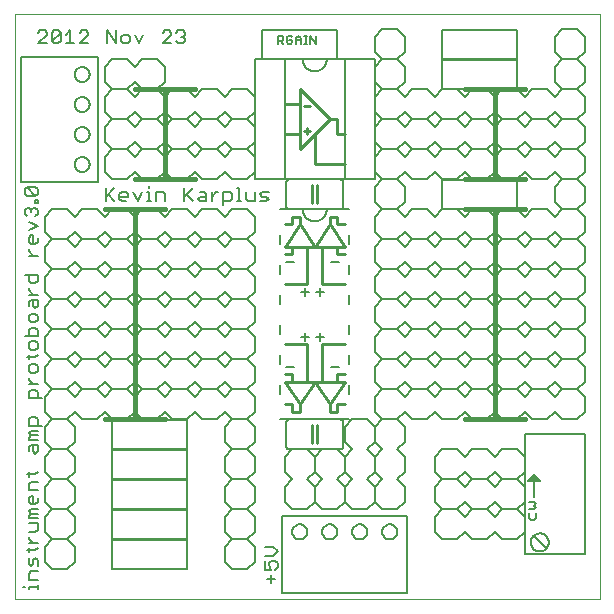
<source format=gto>
G75*
G70*
%OFA0B0*%
%FSLAX24Y24*%
%IPPOS*%
%LPD*%
%AMOC8*
5,1,8,0,0,1.08239X$1,22.5*
%
%ADD10C,0.0000*%
%ADD11C,0.0070*%
%ADD12C,0.0160*%
%ADD13C,0.0100*%
%ADD14C,0.0060*%
%ADD15C,0.0080*%
%ADD16C,0.0050*%
D10*
X000100Y000100D02*
X000100Y019600D01*
X019600Y019600D01*
X019600Y000100D01*
X000100Y000100D01*
D11*
X000363Y000507D02*
X000435Y000507D01*
X000578Y000507D02*
X000865Y000507D01*
X000865Y000578D02*
X000865Y000435D01*
X000865Y000742D02*
X000578Y000742D01*
X000578Y000957D01*
X000650Y001029D01*
X000865Y001029D01*
X000865Y001202D02*
X000865Y001418D01*
X000793Y001489D01*
X000722Y001418D01*
X000722Y001274D01*
X000650Y001202D01*
X000578Y001274D01*
X000578Y001489D01*
X000578Y001663D02*
X000578Y001806D01*
X000506Y001734D02*
X000793Y001734D01*
X000865Y001806D01*
X000865Y001970D02*
X000578Y001970D01*
X000578Y002113D02*
X000578Y002185D01*
X000578Y002113D02*
X000722Y001970D01*
X000793Y002353D02*
X000578Y002353D01*
X000793Y002353D02*
X000865Y002425D01*
X000865Y002640D01*
X000578Y002640D01*
X000578Y002814D02*
X000578Y002885D01*
X000650Y002957D01*
X000578Y003029D01*
X000650Y003101D01*
X000865Y003101D01*
X000865Y002957D02*
X000650Y002957D01*
X000578Y002814D02*
X000865Y002814D01*
X000793Y003274D02*
X000650Y003274D01*
X000578Y003346D01*
X000578Y003489D01*
X000650Y003561D01*
X000722Y003561D01*
X000722Y003274D01*
X000793Y003274D02*
X000865Y003346D01*
X000865Y003489D01*
X000865Y003734D02*
X000578Y003734D01*
X000578Y003950D01*
X000650Y004021D01*
X000865Y004021D01*
X000793Y004267D02*
X000865Y004338D01*
X000793Y004267D02*
X000506Y004267D01*
X000578Y004195D02*
X000578Y004338D01*
X000793Y004962D02*
X000722Y005034D01*
X000722Y005249D01*
X000650Y005249D02*
X000865Y005249D01*
X000865Y005034D01*
X000793Y004962D01*
X000578Y005177D02*
X000650Y005249D01*
X000578Y005177D02*
X000578Y005034D01*
X000578Y005423D02*
X000578Y005494D01*
X000650Y005566D01*
X000578Y005638D01*
X000650Y005709D01*
X000865Y005709D01*
X000865Y005566D02*
X000650Y005566D01*
X000578Y005423D02*
X000865Y005423D01*
X000865Y005883D02*
X000865Y006098D01*
X000793Y006170D01*
X000650Y006170D01*
X000578Y006098D01*
X000578Y005883D01*
X001008Y005883D01*
X001008Y006804D02*
X000578Y006804D01*
X000578Y007019D01*
X000650Y007091D01*
X000793Y007091D01*
X000865Y007019D01*
X000865Y006804D01*
X000865Y007264D02*
X000578Y007264D01*
X000722Y007264D02*
X000578Y007408D01*
X000578Y007479D01*
X000650Y007648D02*
X000793Y007648D01*
X000865Y007720D01*
X000865Y007863D01*
X000793Y007935D01*
X000650Y007935D01*
X000578Y007863D01*
X000578Y007720D01*
X000650Y007648D01*
X000578Y008108D02*
X000578Y008252D01*
X000506Y008180D02*
X000793Y008180D01*
X000865Y008252D01*
X000793Y008415D02*
X000650Y008415D01*
X000578Y008487D01*
X000578Y008630D01*
X000650Y008702D01*
X000793Y008702D01*
X000865Y008630D01*
X000865Y008487D01*
X000793Y008415D01*
X000865Y008876D02*
X000435Y008876D01*
X000578Y008876D02*
X000578Y009091D01*
X000650Y009162D01*
X000793Y009162D01*
X000865Y009091D01*
X000865Y008876D01*
X000793Y009336D02*
X000650Y009336D01*
X000578Y009408D01*
X000578Y009551D01*
X000650Y009623D01*
X000793Y009623D01*
X000865Y009551D01*
X000865Y009408D01*
X000793Y009336D01*
X000793Y009796D02*
X000722Y009868D01*
X000722Y010083D01*
X000650Y010083D02*
X000865Y010083D01*
X000865Y009868D01*
X000793Y009796D01*
X000578Y009868D02*
X000578Y010011D01*
X000650Y010083D01*
X000722Y010257D02*
X000578Y010400D01*
X000578Y010472D01*
X000650Y010640D02*
X000578Y010712D01*
X000578Y010927D01*
X000435Y010927D02*
X000865Y010927D01*
X000865Y010712D01*
X000793Y010640D01*
X000650Y010640D01*
X000578Y010257D02*
X000865Y010257D01*
X000865Y011561D02*
X000578Y011561D01*
X000722Y011561D02*
X000578Y011705D01*
X000578Y011776D01*
X000650Y011945D02*
X000578Y012017D01*
X000578Y012160D01*
X000650Y012232D01*
X000722Y012232D01*
X000722Y011945D01*
X000793Y011945D02*
X000650Y011945D01*
X000793Y011945D02*
X000865Y012017D01*
X000865Y012160D01*
X000578Y012405D02*
X000865Y012549D01*
X000578Y012692D01*
X000506Y012866D02*
X000435Y012937D01*
X000435Y013081D01*
X000506Y013153D01*
X000578Y013153D01*
X000650Y013081D01*
X000722Y013153D01*
X000793Y013153D01*
X000865Y013081D01*
X000865Y012937D01*
X000793Y012866D01*
X000650Y013009D02*
X000650Y013081D01*
X000793Y013326D02*
X000793Y013398D01*
X000865Y013398D01*
X000865Y013326D01*
X000793Y013326D01*
X000793Y013556D02*
X000506Y013843D01*
X000793Y013843D01*
X000865Y013771D01*
X000865Y013628D01*
X000793Y013556D01*
X000506Y013556D01*
X000435Y013628D01*
X000435Y013771D01*
X000506Y013843D01*
X003135Y013815D02*
X003135Y013385D01*
X003135Y013528D02*
X003422Y013815D01*
X003595Y013600D02*
X003667Y013672D01*
X003811Y013672D01*
X003882Y013600D01*
X003882Y013528D01*
X003595Y013528D01*
X003595Y013457D02*
X003595Y013600D01*
X003595Y013457D02*
X003667Y013385D01*
X003811Y013385D01*
X004056Y013672D02*
X004199Y013385D01*
X004343Y013672D01*
X004516Y013672D02*
X004588Y013672D01*
X004588Y013385D01*
X004516Y013385D02*
X004660Y013385D01*
X004823Y013385D02*
X004823Y013672D01*
X005038Y013672D01*
X005110Y013600D01*
X005110Y013385D01*
X004588Y013815D02*
X004588Y013887D01*
X005744Y013815D02*
X005744Y013385D01*
X005744Y013528D02*
X006031Y013815D01*
X006276Y013672D02*
X006419Y013672D01*
X006491Y013600D01*
X006491Y013385D01*
X006276Y013385D01*
X006204Y013457D01*
X006276Y013528D01*
X006491Y013528D01*
X006665Y013528D02*
X006808Y013672D01*
X006880Y013672D01*
X007048Y013672D02*
X007264Y013672D01*
X007335Y013600D01*
X007335Y013457D01*
X007264Y013385D01*
X007048Y013385D01*
X007048Y013242D02*
X007048Y013672D01*
X006665Y013672D02*
X006665Y013385D01*
X006031Y013385D02*
X005816Y013600D01*
X007509Y013385D02*
X007652Y013385D01*
X007580Y013385D02*
X007580Y013815D01*
X007509Y013815D01*
X007816Y013672D02*
X007816Y013457D01*
X007887Y013385D01*
X008103Y013385D01*
X008103Y013672D01*
X008276Y013600D02*
X008348Y013528D01*
X008491Y013528D01*
X008563Y013457D01*
X008491Y013385D01*
X008276Y013385D01*
X008276Y013600D02*
X008348Y013672D01*
X008563Y013672D01*
X009135Y011350D02*
X009422Y011350D01*
X009778Y010494D02*
X009778Y010207D01*
X009635Y010350D02*
X009922Y010350D01*
X010135Y010350D02*
X010422Y010350D01*
X010278Y010207D02*
X010278Y010494D01*
X010635Y011350D02*
X010922Y011350D01*
X010278Y008994D02*
X010278Y008707D01*
X010135Y008850D02*
X010422Y008850D01*
X009922Y008850D02*
X009635Y008850D01*
X009778Y008994D02*
X009778Y008707D01*
X009422Y007850D02*
X009135Y007850D01*
X010635Y007850D02*
X010922Y007850D01*
X008722Y001843D02*
X008435Y001843D01*
X008722Y001843D02*
X008865Y001699D01*
X008722Y001556D01*
X008435Y001556D01*
X008435Y001382D02*
X008435Y001095D01*
X008650Y001095D01*
X008578Y001239D01*
X008578Y001311D01*
X008650Y001382D01*
X008793Y001382D01*
X008865Y001311D01*
X008865Y001167D01*
X008793Y001095D01*
X008650Y000922D02*
X008650Y000635D01*
X008506Y000778D02*
X008793Y000778D01*
X000578Y000507D02*
X000578Y000435D01*
X003422Y013385D02*
X003207Y013600D01*
X003187Y018635D02*
X003187Y019065D01*
X003474Y018635D01*
X003474Y019065D01*
X003647Y018850D02*
X003647Y018707D01*
X003719Y018635D01*
X003863Y018635D01*
X003934Y018707D01*
X003934Y018850D01*
X003863Y018922D01*
X003719Y018922D01*
X003647Y018850D01*
X004108Y018922D02*
X004251Y018635D01*
X004395Y018922D01*
X005029Y018994D02*
X005100Y019065D01*
X005244Y019065D01*
X005315Y018994D01*
X005315Y018922D01*
X005029Y018635D01*
X005315Y018635D01*
X005489Y018707D02*
X005561Y018635D01*
X005704Y018635D01*
X005776Y018707D01*
X005776Y018778D01*
X005704Y018850D01*
X005632Y018850D01*
X005704Y018850D02*
X005776Y018922D01*
X005776Y018994D01*
X005704Y019065D01*
X005561Y019065D01*
X005489Y018994D01*
X002553Y018994D02*
X002481Y019065D01*
X002338Y019065D01*
X002266Y018994D01*
X002553Y018994D02*
X002553Y018922D01*
X002266Y018635D01*
X002553Y018635D01*
X002093Y018635D02*
X001806Y018635D01*
X001949Y018635D02*
X001949Y019065D01*
X001806Y018922D01*
X001632Y018994D02*
X001345Y018707D01*
X001417Y018635D01*
X001561Y018635D01*
X001632Y018707D01*
X001632Y018994D01*
X001561Y019065D01*
X001417Y019065D01*
X001345Y018994D01*
X001345Y018707D01*
X001172Y018635D02*
X000885Y018635D01*
X001172Y018922D01*
X001172Y018994D01*
X001100Y019065D01*
X000957Y019065D01*
X000885Y018994D01*
D12*
X004100Y017100D02*
X005100Y017100D01*
X006100Y017100D01*
X005100Y017100D02*
X005100Y014100D01*
X006100Y014100D01*
X005100Y014100D02*
X004100Y014100D01*
X004100Y013100D02*
X004100Y006100D01*
X005100Y006100D01*
X004100Y006100D02*
X003100Y006100D01*
X003100Y013100D02*
X005100Y013100D01*
X015100Y013100D02*
X016100Y013100D01*
X017100Y013100D01*
X017100Y014100D02*
X016100Y014100D01*
X015100Y014100D01*
X016100Y014100D02*
X016100Y017100D01*
X017100Y017100D01*
X016100Y017100D02*
X015100Y017100D01*
X016100Y013100D02*
X016100Y006100D01*
X017100Y006100D01*
X016100Y006100D02*
X015100Y006100D01*
D13*
X011100Y006600D02*
X010850Y006600D01*
X010850Y006350D01*
X010600Y006350D01*
X010600Y006600D01*
X010100Y007350D01*
X009600Y006600D01*
X009600Y006350D01*
X009350Y006350D01*
X009350Y006600D01*
X009100Y006600D01*
X009600Y006600D02*
X009100Y007350D01*
X009350Y007350D01*
X009350Y007600D01*
X009100Y007600D01*
X009350Y007350D02*
X009850Y007350D01*
X009850Y008600D01*
X009100Y008600D01*
X010350Y008600D02*
X010350Y007350D01*
X010850Y007350D01*
X010850Y007600D01*
X011100Y007600D01*
X011100Y007350D02*
X010850Y007350D01*
X011100Y007350D02*
X010600Y006600D01*
X010350Y007350D02*
X010100Y007350D01*
X009850Y007350D01*
X010350Y008600D02*
X011100Y008600D01*
X011100Y010600D02*
X010350Y010600D01*
X010350Y011850D01*
X010100Y011850D01*
X009600Y012600D01*
X009600Y012850D01*
X009350Y012850D01*
X009350Y012600D01*
X009100Y012600D01*
X009600Y012600D02*
X009100Y011850D01*
X009350Y011850D01*
X009350Y011600D01*
X009100Y011600D01*
X009350Y011850D02*
X009850Y011850D01*
X009850Y010600D01*
X009100Y010600D01*
X009850Y011850D02*
X010100Y011850D01*
X010600Y012600D01*
X010600Y012850D01*
X010850Y012850D01*
X010850Y012600D01*
X011100Y012600D01*
X010600Y012600D02*
X011100Y011850D01*
X010850Y011850D01*
X010850Y011600D01*
X011100Y011600D01*
X010850Y011850D02*
X010350Y011850D01*
X010180Y013300D02*
X010180Y013900D01*
X010020Y013900D02*
X010020Y013300D01*
X010100Y014600D02*
X010100Y015600D01*
X009600Y015100D01*
X009600Y015600D01*
X009100Y015600D01*
X009600Y015600D02*
X009600Y016600D01*
X009600Y017100D01*
X010600Y016100D01*
X010850Y016100D01*
X010850Y015600D01*
X011100Y015600D01*
X010600Y016100D02*
X010100Y015600D01*
X009950Y015700D02*
X009750Y015700D01*
X009850Y015600D02*
X009850Y015800D01*
X009750Y016550D02*
X009950Y016550D01*
X009600Y016600D02*
X009100Y016600D01*
X010100Y014600D02*
X011100Y014600D01*
X010180Y005900D02*
X010180Y005300D01*
X010020Y005300D02*
X010020Y005900D01*
D14*
X009250Y006100D02*
X009233Y006098D01*
X009216Y006094D01*
X009200Y006087D01*
X009186Y006077D01*
X009173Y006064D01*
X009163Y006050D01*
X009156Y006034D01*
X009152Y006017D01*
X009150Y006000D01*
X009150Y005200D01*
X009152Y005183D01*
X009156Y005166D01*
X009163Y005150D01*
X009173Y005136D01*
X009186Y005123D01*
X009200Y005113D01*
X009216Y005106D01*
X009233Y005102D01*
X009250Y005100D01*
X010950Y005100D01*
X010967Y005102D01*
X010984Y005106D01*
X011000Y005113D01*
X011014Y005123D01*
X011027Y005136D01*
X011037Y005150D01*
X011044Y005166D01*
X011048Y005183D01*
X011050Y005200D01*
X011050Y006000D01*
X011048Y006017D01*
X011044Y006034D01*
X011037Y006050D01*
X011027Y006064D01*
X011014Y006077D01*
X011000Y006087D01*
X010984Y006094D01*
X010967Y006098D01*
X010950Y006100D01*
X009250Y006100D01*
X008950Y006100D02*
X011250Y006100D01*
X017200Y004050D02*
X017600Y004050D01*
X017550Y004100D01*
X017400Y004100D01*
X017250Y004100D01*
X017200Y004050D01*
X017250Y004100D02*
X017300Y004150D01*
X017350Y004200D01*
X017450Y004200D01*
X017500Y004150D01*
X017550Y004100D01*
X017500Y004150D02*
X017300Y004150D01*
X017350Y004200D02*
X017400Y004250D01*
X017400Y004100D01*
X017400Y003500D01*
X017450Y004200D02*
X017400Y004250D01*
X017400Y002200D02*
X017800Y001800D01*
X017300Y002000D02*
X017302Y002034D01*
X017308Y002068D01*
X017317Y002101D01*
X017331Y002132D01*
X017348Y002162D01*
X017368Y002190D01*
X017391Y002215D01*
X017417Y002238D01*
X017445Y002257D01*
X017475Y002273D01*
X017507Y002285D01*
X017540Y002294D01*
X017574Y002299D01*
X017609Y002300D01*
X017643Y002297D01*
X017676Y002290D01*
X017709Y002280D01*
X017740Y002265D01*
X017769Y002248D01*
X017796Y002227D01*
X017821Y002203D01*
X017843Y002176D01*
X017861Y002148D01*
X017876Y002117D01*
X017888Y002085D01*
X017896Y002051D01*
X017900Y002017D01*
X017900Y001983D01*
X017896Y001949D01*
X017888Y001915D01*
X017876Y001883D01*
X017861Y001852D01*
X017843Y001824D01*
X017821Y001797D01*
X017796Y001773D01*
X017769Y001752D01*
X017740Y001735D01*
X017709Y001720D01*
X017676Y001710D01*
X017643Y001703D01*
X017609Y001700D01*
X017574Y001701D01*
X017540Y001706D01*
X017507Y001715D01*
X017475Y001727D01*
X017445Y001743D01*
X017417Y001762D01*
X017391Y001785D01*
X017368Y001810D01*
X017348Y001838D01*
X017331Y001868D01*
X017317Y001899D01*
X017308Y001932D01*
X017302Y001966D01*
X017300Y002000D01*
X011250Y013100D02*
X010500Y013100D01*
X010498Y013061D01*
X010492Y013022D01*
X010483Y012984D01*
X010470Y012947D01*
X010453Y012911D01*
X010433Y012878D01*
X010409Y012846D01*
X010383Y012817D01*
X010354Y012791D01*
X010322Y012767D01*
X010289Y012747D01*
X010253Y012730D01*
X010216Y012717D01*
X010178Y012708D01*
X010139Y012702D01*
X010100Y012700D01*
X010061Y012702D01*
X010022Y012708D01*
X009984Y012717D01*
X009947Y012730D01*
X009911Y012747D01*
X009878Y012767D01*
X009846Y012791D01*
X009817Y012817D01*
X009791Y012846D01*
X009767Y012878D01*
X009747Y012911D01*
X009730Y012947D01*
X009717Y012984D01*
X009708Y013022D01*
X009702Y013061D01*
X009700Y013100D01*
X008950Y013100D01*
X009150Y013200D02*
X009150Y014000D01*
X009152Y014017D01*
X009156Y014034D01*
X009163Y014050D01*
X009173Y014064D01*
X009186Y014077D01*
X009200Y014087D01*
X009216Y014094D01*
X009233Y014098D01*
X009250Y014100D01*
X010950Y014100D01*
X010967Y014098D01*
X010984Y014094D01*
X011000Y014087D01*
X011014Y014077D01*
X011027Y014064D01*
X011037Y014050D01*
X011044Y014034D01*
X011048Y014017D01*
X011050Y014000D01*
X011050Y013200D01*
X011048Y013183D01*
X011044Y013166D01*
X011037Y013150D01*
X011027Y013136D01*
X011014Y013123D01*
X011000Y013113D01*
X010984Y013106D01*
X010967Y013102D01*
X010950Y013100D01*
X009250Y013100D01*
X009233Y013102D01*
X009216Y013106D01*
X009200Y013113D01*
X009186Y013123D01*
X009173Y013136D01*
X009163Y013150D01*
X009156Y013166D01*
X009152Y013183D01*
X009150Y013200D01*
X009100Y014100D02*
X008100Y014100D01*
X008100Y018100D01*
X009100Y018100D01*
X009700Y018100D01*
X009702Y018061D01*
X009708Y018022D01*
X009717Y017984D01*
X009730Y017947D01*
X009747Y017911D01*
X009767Y017878D01*
X009791Y017846D01*
X009817Y017817D01*
X009846Y017791D01*
X009878Y017767D01*
X009911Y017747D01*
X009947Y017730D01*
X009984Y017717D01*
X010022Y017708D01*
X010061Y017702D01*
X010100Y017700D01*
X010139Y017702D01*
X010178Y017708D01*
X010216Y017717D01*
X010253Y017730D01*
X010289Y017747D01*
X010322Y017767D01*
X010354Y017791D01*
X010383Y017817D01*
X010409Y017846D01*
X010433Y017878D01*
X010453Y017911D01*
X010470Y017947D01*
X010483Y017984D01*
X010492Y018022D01*
X010498Y018061D01*
X010500Y018100D01*
X011100Y018100D01*
X011100Y014100D01*
X009100Y014100D01*
X009100Y018100D01*
X011100Y018100D02*
X012100Y018100D01*
X012100Y014100D01*
X011100Y014100D01*
D15*
X012100Y013850D02*
X012100Y013350D01*
X012350Y013100D01*
X012100Y012850D01*
X012100Y012350D01*
X012350Y012100D01*
X012100Y011850D01*
X012100Y011350D01*
X012350Y011100D01*
X012100Y010850D01*
X012100Y010350D01*
X012350Y010100D01*
X012850Y010100D01*
X013100Y010350D01*
X013350Y010100D01*
X013850Y010100D01*
X014100Y010350D01*
X014350Y010100D01*
X014850Y010100D01*
X015100Y010350D01*
X015350Y010100D01*
X015850Y010100D01*
X016100Y010350D01*
X016100Y010850D01*
X015850Y011100D01*
X015350Y011100D01*
X015100Y010850D01*
X014850Y011100D01*
X014350Y011100D01*
X014100Y010850D01*
X013850Y011100D01*
X013350Y011100D01*
X013100Y010850D01*
X012850Y011100D01*
X012350Y011100D01*
X012850Y011100D01*
X013100Y011350D01*
X013350Y011100D01*
X013850Y011100D01*
X014100Y011350D01*
X014350Y011100D01*
X014850Y011100D01*
X015100Y011350D01*
X015350Y011100D01*
X015850Y011100D01*
X016100Y011350D01*
X016100Y011850D01*
X015850Y012100D01*
X015350Y012100D01*
X015100Y011850D01*
X014850Y012100D01*
X014350Y012100D01*
X014100Y011850D01*
X013850Y012100D01*
X013350Y012100D01*
X013100Y011850D01*
X012850Y012100D01*
X012350Y012100D01*
X012850Y012100D01*
X013100Y012350D01*
X013350Y012100D01*
X013850Y012100D01*
X014100Y012350D01*
X014350Y012100D01*
X014850Y012100D01*
X015100Y012350D01*
X015350Y012100D01*
X015850Y012100D01*
X016100Y012350D01*
X016100Y012850D01*
X015850Y013100D01*
X015350Y013100D01*
X015100Y012850D01*
X014850Y013100D01*
X014350Y013100D01*
X014100Y012850D01*
X013850Y013100D01*
X013350Y013100D01*
X013100Y012850D01*
X012850Y013100D01*
X012350Y013100D01*
X012850Y013100D01*
X013100Y013350D01*
X013100Y013850D01*
X012850Y014100D01*
X012350Y014100D01*
X012100Y013850D01*
X012350Y014100D02*
X012850Y014100D01*
X013100Y014350D01*
X013350Y014100D01*
X013850Y014100D01*
X014100Y014350D01*
X014350Y014100D01*
X014850Y014100D01*
X015100Y014350D01*
X015350Y014100D01*
X015850Y014100D01*
X016100Y014350D01*
X016350Y014100D01*
X016850Y014100D01*
X017100Y014350D01*
X017350Y014100D01*
X017850Y014100D01*
X018100Y014350D01*
X018350Y014100D01*
X018100Y013850D01*
X018100Y013350D01*
X018350Y013100D01*
X018850Y013100D01*
X019100Y012850D01*
X019100Y012350D01*
X018850Y012100D01*
X018350Y012100D01*
X018100Y012350D01*
X017850Y012100D01*
X017350Y012100D01*
X017100Y012350D01*
X016850Y012100D01*
X016350Y012100D01*
X016100Y012350D01*
X016100Y012850D01*
X016350Y013100D01*
X016850Y013100D01*
X017100Y012850D01*
X017350Y013100D01*
X017850Y013100D01*
X018100Y012850D01*
X018350Y013100D01*
X018850Y013100D01*
X019100Y013350D01*
X019100Y013850D01*
X018850Y014100D01*
X018350Y014100D01*
X018850Y014100D01*
X019100Y014350D01*
X019100Y014850D01*
X018850Y015100D01*
X018350Y015100D01*
X018100Y014850D01*
X017850Y015100D01*
X017350Y015100D01*
X017100Y014850D01*
X016850Y015100D01*
X016350Y015100D01*
X016100Y014850D01*
X016100Y014350D01*
X016100Y014850D01*
X015850Y015100D01*
X015350Y015100D01*
X015100Y014850D01*
X014850Y015100D01*
X014350Y015100D01*
X014100Y014850D01*
X013850Y015100D01*
X013350Y015100D01*
X013100Y014850D01*
X012850Y015100D01*
X012350Y015100D01*
X012100Y014850D01*
X012100Y014350D01*
X012350Y014100D01*
X012350Y015100D02*
X012850Y015100D01*
X013100Y015350D01*
X013350Y015100D01*
X013850Y015100D01*
X014100Y015350D01*
X014350Y015100D01*
X014850Y015100D01*
X015100Y015350D01*
X015350Y015100D01*
X015850Y015100D01*
X016100Y015350D01*
X016350Y015100D01*
X016850Y015100D01*
X017100Y015350D01*
X017350Y015100D01*
X017850Y015100D01*
X018100Y015350D01*
X018350Y015100D01*
X018850Y015100D01*
X019100Y015350D01*
X019100Y015850D01*
X018850Y016100D01*
X019100Y016350D01*
X019100Y016850D01*
X018850Y017100D01*
X018350Y017100D01*
X018100Y016850D01*
X017850Y017100D01*
X017350Y017100D01*
X017100Y016850D01*
X016850Y017100D01*
X016350Y017100D01*
X016100Y016850D01*
X016100Y016350D01*
X016350Y016100D01*
X016850Y016100D01*
X017100Y016350D01*
X017350Y016100D01*
X017850Y016100D01*
X018100Y016350D01*
X018350Y016100D01*
X018850Y016100D01*
X018350Y016100D01*
X018100Y015850D01*
X017850Y016100D01*
X017350Y016100D01*
X017100Y015850D01*
X016850Y016100D01*
X016350Y016100D01*
X016100Y015850D01*
X016100Y015350D01*
X016100Y015850D01*
X015850Y016100D01*
X015350Y016100D01*
X015100Y016350D01*
X014850Y016100D01*
X014350Y016100D01*
X014100Y016350D01*
X013850Y016100D01*
X013350Y016100D01*
X013100Y016350D01*
X012850Y016100D01*
X012350Y016100D01*
X012100Y016350D01*
X012100Y016850D01*
X012350Y017100D01*
X012850Y017100D01*
X013100Y016850D01*
X013350Y017100D01*
X013850Y017100D01*
X014100Y016850D01*
X014350Y017100D01*
X014850Y017100D01*
X015100Y016850D01*
X015350Y017100D01*
X015850Y017100D01*
X016100Y016850D01*
X016100Y016350D01*
X015850Y016100D01*
X015350Y016100D01*
X015100Y015850D01*
X014850Y016100D01*
X014350Y016100D01*
X014100Y015850D01*
X013850Y016100D01*
X013350Y016100D01*
X013100Y015850D01*
X012850Y016100D01*
X012350Y016100D01*
X012100Y015850D01*
X012100Y015350D01*
X012350Y015100D01*
X012350Y017100D02*
X012850Y017100D01*
X013100Y017350D01*
X013100Y017850D01*
X012850Y018100D01*
X012350Y018100D01*
X012100Y018350D01*
X012100Y018850D01*
X012350Y019100D01*
X012850Y019100D01*
X013100Y018850D01*
X013100Y018350D01*
X012850Y018100D01*
X012350Y018100D01*
X012100Y017850D01*
X012100Y017350D01*
X012350Y017100D01*
X010840Y018128D02*
X008360Y018128D01*
X008360Y019072D01*
X010840Y019072D01*
X010840Y018128D01*
X008100Y016850D02*
X008100Y016350D01*
X007850Y016100D01*
X007350Y016100D01*
X007100Y016350D01*
X006850Y016100D01*
X006350Y016100D01*
X006100Y016350D01*
X005850Y016100D01*
X005350Y016100D01*
X005100Y016350D01*
X005100Y016850D01*
X005350Y017100D01*
X005850Y017100D01*
X006100Y016850D01*
X006350Y017100D01*
X006850Y017100D01*
X007100Y016850D01*
X007350Y017100D01*
X007850Y017100D01*
X008100Y016850D01*
X007850Y016100D02*
X007350Y016100D01*
X007100Y015850D01*
X006850Y016100D01*
X006350Y016100D01*
X006100Y015850D01*
X005850Y016100D01*
X005350Y016100D01*
X005100Y015850D01*
X005100Y015350D01*
X005350Y015100D01*
X005100Y014850D01*
X005100Y014350D01*
X005350Y014100D01*
X005850Y014100D01*
X006100Y014350D01*
X006350Y014100D01*
X006850Y014100D01*
X007100Y014350D01*
X007350Y014100D01*
X007850Y014100D01*
X008100Y014350D01*
X008100Y014850D01*
X007850Y015100D01*
X007350Y015100D01*
X007100Y014850D01*
X006850Y015100D01*
X006350Y015100D01*
X006100Y014850D01*
X005850Y015100D01*
X005350Y015100D01*
X005850Y015100D01*
X006100Y015350D01*
X006350Y015100D01*
X006850Y015100D01*
X007100Y015350D01*
X007350Y015100D01*
X007850Y015100D01*
X008100Y015350D01*
X008100Y015850D01*
X007850Y016100D01*
X005100Y015850D02*
X005100Y015350D01*
X004850Y015100D01*
X005100Y014850D01*
X005100Y014350D01*
X004850Y014100D01*
X004350Y014100D01*
X004100Y014350D01*
X003850Y014100D01*
X003350Y014100D01*
X003100Y014350D01*
X003100Y014850D01*
X003350Y015100D01*
X003850Y015100D01*
X004100Y014850D01*
X004350Y015100D01*
X004850Y015100D01*
X004350Y015100D01*
X004100Y015350D01*
X003850Y015100D01*
X003350Y015100D01*
X003100Y015350D01*
X003100Y015850D01*
X003350Y016100D01*
X003850Y016100D01*
X004100Y015850D01*
X004350Y016100D01*
X004850Y016100D01*
X005100Y015850D01*
X004850Y016100D02*
X005100Y016350D01*
X005100Y016850D01*
X004850Y017100D01*
X004350Y017100D01*
X004100Y016850D01*
X003850Y017100D01*
X003350Y017100D01*
X003100Y016850D01*
X003100Y016350D01*
X003350Y016100D01*
X003850Y016100D01*
X004100Y016350D01*
X004350Y016100D01*
X004850Y016100D01*
X004850Y017100D02*
X004350Y017100D01*
X004100Y017350D01*
X003850Y017100D01*
X003350Y017100D01*
X003100Y017350D01*
X003100Y017850D01*
X003350Y018100D01*
X003850Y018100D01*
X004100Y017850D01*
X004350Y018100D01*
X004850Y018100D01*
X005100Y017850D01*
X005100Y017350D01*
X004850Y017100D01*
X004850Y013100D02*
X004350Y013100D01*
X004100Y012850D01*
X004100Y012350D01*
X003850Y012100D01*
X003350Y012100D01*
X003100Y012350D01*
X002850Y012100D01*
X002350Y012100D01*
X002100Y012350D01*
X001850Y012100D01*
X001350Y012100D01*
X001100Y012350D01*
X001100Y012850D01*
X001350Y013100D01*
X001850Y013100D01*
X002100Y012850D01*
X002350Y013100D01*
X002850Y013100D01*
X003100Y012850D01*
X003350Y013100D01*
X003850Y013100D01*
X004100Y012850D01*
X004100Y012350D01*
X004350Y012100D01*
X004100Y011850D01*
X004100Y011350D01*
X003850Y011100D01*
X004100Y010850D01*
X004100Y010350D01*
X003850Y010100D01*
X004100Y009850D01*
X004100Y009350D01*
X003850Y009100D01*
X004100Y008850D01*
X004100Y008350D01*
X003850Y008100D01*
X004100Y007850D01*
X004100Y007350D01*
X003850Y007100D01*
X004100Y006850D01*
X004100Y006350D01*
X003850Y006100D01*
X003350Y006100D01*
X003100Y006350D01*
X002850Y006100D01*
X002350Y006100D01*
X002100Y006350D01*
X001850Y006100D01*
X001350Y006100D01*
X001100Y006350D01*
X001100Y006850D01*
X001350Y007100D01*
X001850Y007100D01*
X002100Y006850D01*
X002350Y007100D01*
X002850Y007100D01*
X003100Y006850D01*
X003350Y007100D01*
X003850Y007100D01*
X003350Y007100D01*
X003100Y007350D01*
X002850Y007100D01*
X002350Y007100D01*
X002100Y007350D01*
X001850Y007100D01*
X001350Y007100D01*
X001100Y007350D01*
X001100Y007850D01*
X001350Y008100D01*
X001850Y008100D01*
X002100Y007850D01*
X002350Y008100D01*
X002850Y008100D01*
X003100Y007850D01*
X003350Y008100D01*
X003850Y008100D01*
X003350Y008100D01*
X003100Y008350D01*
X002850Y008100D01*
X002350Y008100D01*
X002100Y008350D01*
X001850Y008100D01*
X001350Y008100D01*
X001100Y008350D01*
X001100Y008850D01*
X001350Y009100D01*
X001850Y009100D01*
X002100Y008850D01*
X002350Y009100D01*
X002850Y009100D01*
X003100Y008850D01*
X003350Y009100D01*
X003850Y009100D01*
X003350Y009100D01*
X003100Y009350D01*
X002850Y009100D01*
X002350Y009100D01*
X002100Y009350D01*
X001850Y009100D01*
X001350Y009100D01*
X001100Y009350D01*
X001100Y009850D01*
X001350Y010100D01*
X001850Y010100D01*
X002100Y009850D01*
X002350Y010100D01*
X002850Y010100D01*
X003100Y009850D01*
X003350Y010100D01*
X003850Y010100D01*
X003350Y010100D01*
X003100Y010350D01*
X002850Y010100D01*
X002350Y010100D01*
X002100Y010350D01*
X001850Y010100D01*
X001350Y010100D01*
X001100Y010350D01*
X001100Y010850D01*
X001350Y011100D01*
X001850Y011100D01*
X002100Y010850D01*
X002350Y011100D01*
X002850Y011100D01*
X003100Y010850D01*
X003350Y011100D01*
X003850Y011100D01*
X003350Y011100D01*
X003100Y011350D01*
X002850Y011100D01*
X002350Y011100D01*
X002100Y011350D01*
X001850Y011100D01*
X001350Y011100D01*
X001100Y011350D01*
X001100Y011850D01*
X001350Y012100D01*
X001850Y012100D01*
X002100Y011850D01*
X002350Y012100D01*
X002850Y012100D01*
X003100Y011850D01*
X003350Y012100D01*
X003850Y012100D01*
X004100Y011850D01*
X004100Y011350D01*
X004350Y011100D01*
X004100Y010850D01*
X004100Y010350D01*
X004350Y010100D01*
X004100Y009850D01*
X004100Y009350D01*
X004350Y009100D01*
X004850Y009100D01*
X005100Y009350D01*
X005350Y009100D01*
X005850Y009100D01*
X006100Y009350D01*
X006350Y009100D01*
X006850Y009100D01*
X007100Y009350D01*
X007350Y009100D01*
X007850Y009100D01*
X008100Y009350D01*
X008100Y009850D01*
X007850Y010100D01*
X007350Y010100D01*
X007100Y009850D01*
X006850Y010100D01*
X006350Y010100D01*
X006100Y009850D01*
X005850Y010100D01*
X005350Y010100D01*
X005100Y009850D01*
X004850Y010100D01*
X004350Y010100D01*
X004850Y010100D01*
X005100Y010350D01*
X005350Y010100D01*
X005850Y010100D01*
X006100Y010350D01*
X006350Y010100D01*
X006850Y010100D01*
X007100Y010350D01*
X007350Y010100D01*
X007850Y010100D01*
X008100Y010350D01*
X008100Y010850D01*
X007850Y011100D01*
X007350Y011100D01*
X007100Y010850D01*
X006850Y011100D01*
X006350Y011100D01*
X006100Y010850D01*
X005850Y011100D01*
X005350Y011100D01*
X005100Y010850D01*
X004850Y011100D01*
X004350Y011100D01*
X004850Y011100D01*
X005100Y011350D01*
X005350Y011100D01*
X005850Y011100D01*
X006100Y011350D01*
X006350Y011100D01*
X006850Y011100D01*
X007100Y011350D01*
X007350Y011100D01*
X007850Y011100D01*
X008100Y011350D01*
X008100Y011850D01*
X007850Y012100D01*
X007350Y012100D01*
X007100Y011850D01*
X006850Y012100D01*
X006350Y012100D01*
X006100Y011850D01*
X005850Y012100D01*
X005350Y012100D01*
X005100Y011850D01*
X004850Y012100D01*
X004350Y012100D01*
X004850Y012100D01*
X005100Y012350D01*
X005350Y012100D01*
X005850Y012100D01*
X006100Y012350D01*
X006350Y012100D01*
X006850Y012100D01*
X007100Y012350D01*
X007350Y012100D01*
X007850Y012100D01*
X008100Y012350D01*
X008100Y012850D01*
X007850Y013100D01*
X007350Y013100D01*
X007100Y012850D01*
X006850Y013100D01*
X006350Y013100D01*
X006100Y012850D01*
X005850Y013100D01*
X005350Y013100D01*
X005100Y012850D01*
X004850Y013100D01*
X004850Y009100D02*
X004350Y009100D01*
X004100Y008850D01*
X004100Y008350D01*
X004350Y008100D01*
X004850Y008100D01*
X005100Y008350D01*
X005350Y008100D01*
X005850Y008100D01*
X006100Y008350D01*
X006350Y008100D01*
X006850Y008100D01*
X007100Y008350D01*
X007350Y008100D01*
X007850Y008100D01*
X008100Y008350D01*
X008100Y008850D01*
X007850Y009100D01*
X007350Y009100D01*
X007100Y008850D01*
X006850Y009100D01*
X006350Y009100D01*
X006100Y008850D01*
X005850Y009100D01*
X005350Y009100D01*
X005100Y008850D01*
X004850Y009100D01*
X004850Y008100D02*
X004350Y008100D01*
X004100Y007850D01*
X004100Y007350D01*
X004350Y007100D01*
X004850Y007100D01*
X005100Y007350D01*
X005350Y007100D01*
X005850Y007100D01*
X006100Y007350D01*
X006350Y007100D01*
X006850Y007100D01*
X007100Y007350D01*
X007350Y007100D01*
X007850Y007100D01*
X008100Y007350D01*
X008100Y007850D01*
X007850Y008100D01*
X007350Y008100D01*
X007100Y007850D01*
X006850Y008100D01*
X006350Y008100D01*
X006100Y007850D01*
X005850Y008100D01*
X005350Y008100D01*
X005100Y007850D01*
X004850Y008100D01*
X004850Y007100D02*
X004350Y007100D01*
X004100Y006850D01*
X004100Y006350D01*
X004350Y006100D01*
X004850Y006100D01*
X005100Y006350D01*
X005350Y006100D01*
X005850Y006100D01*
X006100Y006350D01*
X006350Y006100D01*
X006850Y006100D01*
X007100Y006350D01*
X007350Y006100D01*
X007850Y006100D01*
X008100Y005850D01*
X008100Y005350D01*
X007850Y005100D01*
X007350Y005100D01*
X007100Y005350D01*
X007100Y005850D01*
X007350Y006100D01*
X007850Y006100D01*
X008100Y006350D01*
X008100Y006850D01*
X007850Y007100D01*
X007350Y007100D01*
X007100Y006850D01*
X006850Y007100D01*
X006350Y007100D01*
X006100Y006850D01*
X005850Y007100D01*
X005350Y007100D01*
X005100Y006850D01*
X004850Y007100D01*
X005840Y006072D02*
X005840Y005128D01*
X003360Y005128D01*
X003360Y006072D01*
X005840Y006072D01*
X005840Y005072D02*
X005840Y004128D01*
X003360Y004128D01*
X003360Y005072D01*
X005840Y005072D01*
X005840Y004072D02*
X005840Y003128D01*
X003360Y003128D01*
X003360Y004072D01*
X005840Y004072D01*
X005840Y003072D02*
X005840Y002128D01*
X003360Y002128D01*
X003360Y003072D01*
X005840Y003072D01*
X005840Y002072D02*
X005840Y001128D01*
X003360Y001128D01*
X003360Y002072D01*
X005840Y002072D01*
X007100Y001850D02*
X007100Y001350D01*
X007350Y001100D01*
X007850Y001100D01*
X008100Y001350D01*
X008100Y001850D01*
X007850Y002100D01*
X007350Y002100D01*
X007100Y002350D01*
X007100Y002850D01*
X007350Y003100D01*
X007850Y003100D01*
X008100Y003350D01*
X008100Y003850D01*
X007850Y004100D01*
X007350Y004100D01*
X007100Y003850D01*
X007100Y003350D01*
X007350Y003100D01*
X007850Y003100D01*
X008100Y002850D01*
X008100Y002350D01*
X007850Y002100D01*
X007350Y002100D01*
X007100Y001850D01*
X009100Y003350D02*
X009100Y003850D01*
X009350Y004100D01*
X009100Y004350D01*
X009100Y004850D01*
X009350Y005100D01*
X009850Y005100D01*
X010100Y004850D01*
X010350Y005100D01*
X010850Y005100D01*
X011100Y004850D01*
X011100Y004350D01*
X010850Y004100D01*
X011100Y003850D01*
X011100Y003350D01*
X010850Y003100D01*
X010350Y003100D01*
X010100Y003350D01*
X010100Y003850D01*
X010350Y004100D01*
X010100Y004350D01*
X010100Y004850D01*
X010100Y004350D01*
X009850Y004100D01*
X010100Y003850D01*
X010100Y003350D01*
X009850Y003100D01*
X009350Y003100D01*
X009100Y003350D01*
X008100Y004350D02*
X008100Y004850D01*
X007850Y005100D01*
X007350Y005100D01*
X007100Y004850D01*
X007100Y004350D01*
X007350Y004100D01*
X007850Y004100D01*
X008100Y004350D01*
X011100Y004350D02*
X011100Y004850D01*
X011350Y005100D01*
X011100Y005350D01*
X011100Y005850D01*
X011350Y006100D01*
X011850Y006100D01*
X012100Y005850D01*
X012100Y005350D01*
X011850Y005100D01*
X012100Y004850D01*
X012100Y004350D01*
X011850Y004100D01*
X012100Y003850D01*
X012100Y003350D01*
X011850Y003100D01*
X011350Y003100D01*
X011100Y003350D01*
X011100Y003850D01*
X011350Y004100D01*
X011100Y004350D01*
X012100Y004350D02*
X012100Y004850D01*
X012350Y005100D01*
X012100Y005350D01*
X012100Y005850D01*
X012350Y006100D01*
X012850Y006100D01*
X013100Y006350D01*
X013350Y006100D01*
X013850Y006100D01*
X014100Y006350D01*
X014350Y006100D01*
X014850Y006100D01*
X015100Y006350D01*
X015350Y006100D01*
X015850Y006100D01*
X016100Y006350D01*
X016350Y006100D01*
X016850Y006100D01*
X017100Y006350D01*
X017350Y006100D01*
X017850Y006100D01*
X018100Y006350D01*
X018350Y006100D01*
X018850Y006100D01*
X019100Y006350D01*
X019100Y006850D01*
X018850Y007100D01*
X018350Y007100D01*
X018100Y006850D01*
X017850Y007100D01*
X017350Y007100D01*
X017100Y006850D01*
X016850Y007100D01*
X016350Y007100D01*
X016100Y006850D01*
X016100Y006350D01*
X016100Y006850D01*
X015850Y007100D01*
X015350Y007100D01*
X015100Y007350D01*
X014850Y007100D01*
X014350Y007100D01*
X014100Y007350D01*
X013850Y007100D01*
X013350Y007100D01*
X013100Y007350D01*
X012850Y007100D01*
X012350Y007100D01*
X012100Y007350D01*
X012100Y007850D01*
X012350Y008100D01*
X012850Y008100D01*
X013100Y008350D01*
X013350Y008100D01*
X013850Y008100D01*
X014100Y008350D01*
X014350Y008100D01*
X014850Y008100D01*
X015100Y008350D01*
X015350Y008100D01*
X015850Y008100D01*
X016100Y008350D01*
X016350Y008100D01*
X016100Y007850D01*
X016100Y007350D01*
X016350Y007100D01*
X016850Y007100D01*
X017100Y007350D01*
X017350Y007100D01*
X017850Y007100D01*
X018100Y007350D01*
X018350Y007100D01*
X018850Y007100D01*
X019100Y007350D01*
X019100Y007850D01*
X018850Y008100D01*
X018350Y008100D01*
X018100Y007850D01*
X017850Y008100D01*
X017350Y008100D01*
X017100Y007850D01*
X016850Y008100D01*
X016350Y008100D01*
X016850Y008100D01*
X017100Y008350D01*
X017350Y008100D01*
X017850Y008100D01*
X018100Y008350D01*
X018350Y008100D01*
X018850Y008100D01*
X019100Y008350D01*
X019100Y008850D01*
X018850Y009100D01*
X018350Y009100D01*
X018100Y008850D01*
X017850Y009100D01*
X017350Y009100D01*
X017100Y008850D01*
X016850Y009100D01*
X016350Y009100D01*
X016100Y008850D01*
X016100Y008350D01*
X016100Y008850D01*
X015850Y009100D01*
X015350Y009100D01*
X015100Y008850D01*
X014850Y009100D01*
X014350Y009100D01*
X014100Y008850D01*
X013850Y009100D01*
X013350Y009100D01*
X013100Y008850D01*
X012850Y009100D01*
X012350Y009100D01*
X012100Y008850D01*
X012100Y008350D01*
X012350Y008100D01*
X012850Y008100D01*
X013100Y007850D01*
X013350Y008100D01*
X013850Y008100D01*
X014100Y007850D01*
X014350Y008100D01*
X014850Y008100D01*
X015100Y007850D01*
X015350Y008100D01*
X015850Y008100D01*
X016100Y007850D01*
X016100Y007350D01*
X015850Y007100D01*
X015350Y007100D01*
X015100Y006850D01*
X014850Y007100D01*
X014350Y007100D01*
X014100Y006850D01*
X013850Y007100D01*
X013350Y007100D01*
X013100Y006850D01*
X012850Y007100D01*
X012350Y007100D01*
X012100Y006850D01*
X012100Y006350D01*
X012350Y006100D01*
X012850Y006100D01*
X013100Y005850D01*
X013100Y005350D01*
X012850Y005100D01*
X013100Y004850D01*
X013100Y004350D01*
X012850Y004100D01*
X013100Y003850D01*
X013100Y003350D01*
X012850Y003100D01*
X012350Y003100D01*
X012100Y003350D01*
X012100Y003850D01*
X012350Y004100D01*
X012100Y004350D01*
X014100Y004350D02*
X014100Y004850D01*
X014350Y005100D01*
X014850Y005100D01*
X015100Y004850D01*
X015350Y005100D01*
X015850Y005100D01*
X016100Y004850D01*
X016350Y005100D01*
X016850Y005100D01*
X017100Y004850D01*
X017100Y004350D01*
X016850Y004100D01*
X016350Y004100D01*
X016100Y003850D01*
X015850Y004100D01*
X015350Y004100D01*
X015100Y003850D01*
X014850Y004100D01*
X014350Y004100D01*
X014100Y003850D01*
X014100Y003350D01*
X014350Y003100D01*
X014850Y003100D01*
X015100Y003350D01*
X015350Y003100D01*
X015850Y003100D01*
X016100Y003350D01*
X016350Y003100D01*
X016850Y003100D01*
X017100Y003350D01*
X017100Y003850D01*
X016850Y004100D01*
X016350Y004100D01*
X016100Y004350D01*
X015850Y004100D01*
X015350Y004100D01*
X015100Y004350D01*
X014850Y004100D01*
X014350Y004100D01*
X014100Y004350D01*
X014350Y003100D02*
X014100Y002850D01*
X014100Y002350D01*
X014350Y002100D01*
X014850Y002100D01*
X015100Y002350D01*
X015350Y002100D01*
X015850Y002100D01*
X016100Y002350D01*
X016350Y002100D01*
X016850Y002100D01*
X017100Y002350D01*
X017100Y002850D01*
X016850Y003100D01*
X016350Y003100D01*
X016100Y002850D01*
X015850Y003100D01*
X015350Y003100D01*
X015100Y002850D01*
X014850Y003100D01*
X014350Y003100D01*
X014350Y009100D02*
X014100Y009350D01*
X013850Y009100D01*
X013350Y009100D01*
X013100Y009350D01*
X012850Y009100D01*
X012350Y009100D01*
X012100Y009350D01*
X012100Y009850D01*
X012350Y010100D01*
X012850Y010100D01*
X013100Y009850D01*
X013350Y010100D01*
X013850Y010100D01*
X014100Y009850D01*
X014350Y010100D01*
X014850Y010100D01*
X015100Y009850D01*
X015350Y010100D01*
X015850Y010100D01*
X016100Y009850D01*
X016100Y009350D01*
X015850Y009100D01*
X015350Y009100D01*
X015100Y009350D01*
X014850Y009100D01*
X014350Y009100D01*
X016100Y009350D02*
X016350Y009100D01*
X016850Y009100D01*
X017100Y009350D01*
X017350Y009100D01*
X017850Y009100D01*
X018100Y009350D01*
X018350Y009100D01*
X018850Y009100D01*
X019100Y009350D01*
X019100Y009850D01*
X018850Y010100D01*
X018350Y010100D01*
X018100Y009850D01*
X017850Y010100D01*
X017350Y010100D01*
X017100Y009850D01*
X016850Y010100D01*
X016350Y010100D01*
X016100Y009850D01*
X016100Y009350D01*
X016350Y010100D02*
X016850Y010100D01*
X017100Y010350D01*
X017350Y010100D01*
X017850Y010100D01*
X018100Y010350D01*
X018350Y010100D01*
X018850Y010100D01*
X019100Y010350D01*
X019100Y010850D01*
X018850Y011100D01*
X018350Y011100D01*
X018100Y010850D01*
X017850Y011100D01*
X017350Y011100D01*
X017100Y010850D01*
X016850Y011100D01*
X016350Y011100D01*
X016100Y010850D01*
X016100Y010350D01*
X016350Y010100D01*
X016350Y011100D02*
X016850Y011100D01*
X017100Y011350D01*
X017350Y011100D01*
X017850Y011100D01*
X018100Y011350D01*
X018350Y011100D01*
X018850Y011100D01*
X019100Y011350D01*
X019100Y011850D01*
X018850Y012100D01*
X018350Y012100D01*
X018100Y011850D01*
X017850Y012100D01*
X017350Y012100D01*
X017100Y011850D01*
X016850Y012100D01*
X016350Y012100D01*
X016100Y011850D01*
X016100Y011350D01*
X016350Y011100D01*
X016840Y013128D02*
X014360Y013128D01*
X014360Y014072D01*
X016840Y014072D01*
X016840Y013128D01*
X016840Y017128D02*
X014360Y017128D01*
X014360Y018072D01*
X016840Y018072D01*
X016840Y017128D01*
X016840Y018128D02*
X014360Y018128D01*
X014360Y019072D01*
X016840Y019072D01*
X016840Y018128D01*
X018100Y018350D02*
X018350Y018100D01*
X018850Y018100D01*
X019100Y018350D01*
X019100Y018850D01*
X018850Y019100D01*
X018350Y019100D01*
X018100Y018850D01*
X018100Y018350D01*
X018350Y018100D02*
X018100Y017850D01*
X018100Y017350D01*
X018350Y017100D01*
X018850Y017100D01*
X019100Y017350D01*
X019100Y017850D01*
X018850Y018100D01*
X018350Y018100D01*
X002100Y005850D02*
X002100Y005350D01*
X001850Y005100D01*
X001350Y005100D01*
X001100Y005350D01*
X001100Y005850D01*
X001350Y006100D01*
X001850Y006100D01*
X002100Y005850D01*
X001850Y005100D02*
X001350Y005100D01*
X001100Y004850D01*
X001100Y004350D01*
X001350Y004100D01*
X001100Y003850D01*
X001100Y003350D01*
X001350Y003100D01*
X001850Y003100D01*
X002100Y003350D01*
X002100Y003850D01*
X001850Y004100D01*
X001350Y004100D01*
X001850Y004100D01*
X002100Y004350D01*
X002100Y004850D01*
X001850Y005100D01*
X001850Y003100D02*
X001350Y003100D01*
X001100Y002850D01*
X001100Y002350D01*
X001350Y002100D01*
X001850Y002100D01*
X002100Y002350D01*
X002100Y002850D01*
X001850Y003100D01*
X001850Y002100D02*
X001350Y002100D01*
X001100Y001850D01*
X001100Y001350D01*
X001350Y001100D01*
X001850Y001100D01*
X002100Y001350D01*
X002100Y001850D01*
X001850Y002100D01*
D16*
X009010Y002880D02*
X009010Y000320D01*
X013190Y000320D01*
X013190Y002880D01*
X009010Y002880D01*
X009350Y002350D02*
X009352Y002381D01*
X009358Y002412D01*
X009368Y002442D01*
X009381Y002470D01*
X009398Y002497D01*
X009418Y002521D01*
X009441Y002543D01*
X009466Y002561D01*
X009494Y002576D01*
X009523Y002588D01*
X009553Y002596D01*
X009584Y002600D01*
X009616Y002600D01*
X009647Y002596D01*
X009677Y002588D01*
X009706Y002576D01*
X009734Y002561D01*
X009759Y002543D01*
X009782Y002521D01*
X009802Y002497D01*
X009819Y002470D01*
X009832Y002442D01*
X009842Y002412D01*
X009848Y002381D01*
X009850Y002350D01*
X009848Y002319D01*
X009842Y002288D01*
X009832Y002258D01*
X009819Y002230D01*
X009802Y002203D01*
X009782Y002179D01*
X009759Y002157D01*
X009734Y002139D01*
X009706Y002124D01*
X009677Y002112D01*
X009647Y002104D01*
X009616Y002100D01*
X009584Y002100D01*
X009553Y002104D01*
X009523Y002112D01*
X009494Y002124D01*
X009466Y002139D01*
X009441Y002157D01*
X009418Y002179D01*
X009398Y002203D01*
X009381Y002230D01*
X009368Y002258D01*
X009358Y002288D01*
X009352Y002319D01*
X009350Y002350D01*
X010350Y002350D02*
X010352Y002381D01*
X010358Y002412D01*
X010368Y002442D01*
X010381Y002470D01*
X010398Y002497D01*
X010418Y002521D01*
X010441Y002543D01*
X010466Y002561D01*
X010494Y002576D01*
X010523Y002588D01*
X010553Y002596D01*
X010584Y002600D01*
X010616Y002600D01*
X010647Y002596D01*
X010677Y002588D01*
X010706Y002576D01*
X010734Y002561D01*
X010759Y002543D01*
X010782Y002521D01*
X010802Y002497D01*
X010819Y002470D01*
X010832Y002442D01*
X010842Y002412D01*
X010848Y002381D01*
X010850Y002350D01*
X010848Y002319D01*
X010842Y002288D01*
X010832Y002258D01*
X010819Y002230D01*
X010802Y002203D01*
X010782Y002179D01*
X010759Y002157D01*
X010734Y002139D01*
X010706Y002124D01*
X010677Y002112D01*
X010647Y002104D01*
X010616Y002100D01*
X010584Y002100D01*
X010553Y002104D01*
X010523Y002112D01*
X010494Y002124D01*
X010466Y002139D01*
X010441Y002157D01*
X010418Y002179D01*
X010398Y002203D01*
X010381Y002230D01*
X010368Y002258D01*
X010358Y002288D01*
X010352Y002319D01*
X010350Y002350D01*
X011350Y002350D02*
X011352Y002381D01*
X011358Y002412D01*
X011368Y002442D01*
X011381Y002470D01*
X011398Y002497D01*
X011418Y002521D01*
X011441Y002543D01*
X011466Y002561D01*
X011494Y002576D01*
X011523Y002588D01*
X011553Y002596D01*
X011584Y002600D01*
X011616Y002600D01*
X011647Y002596D01*
X011677Y002588D01*
X011706Y002576D01*
X011734Y002561D01*
X011759Y002543D01*
X011782Y002521D01*
X011802Y002497D01*
X011819Y002470D01*
X011832Y002442D01*
X011842Y002412D01*
X011848Y002381D01*
X011850Y002350D01*
X011848Y002319D01*
X011842Y002288D01*
X011832Y002258D01*
X011819Y002230D01*
X011802Y002203D01*
X011782Y002179D01*
X011759Y002157D01*
X011734Y002139D01*
X011706Y002124D01*
X011677Y002112D01*
X011647Y002104D01*
X011616Y002100D01*
X011584Y002100D01*
X011553Y002104D01*
X011523Y002112D01*
X011494Y002124D01*
X011466Y002139D01*
X011441Y002157D01*
X011418Y002179D01*
X011398Y002203D01*
X011381Y002230D01*
X011368Y002258D01*
X011358Y002288D01*
X011352Y002319D01*
X011350Y002350D01*
X012350Y002350D02*
X012352Y002381D01*
X012358Y002412D01*
X012368Y002442D01*
X012381Y002470D01*
X012398Y002497D01*
X012418Y002521D01*
X012441Y002543D01*
X012466Y002561D01*
X012494Y002576D01*
X012523Y002588D01*
X012553Y002596D01*
X012584Y002600D01*
X012616Y002600D01*
X012647Y002596D01*
X012677Y002588D01*
X012706Y002576D01*
X012734Y002561D01*
X012759Y002543D01*
X012782Y002521D01*
X012802Y002497D01*
X012819Y002470D01*
X012832Y002442D01*
X012842Y002412D01*
X012848Y002381D01*
X012850Y002350D01*
X012848Y002319D01*
X012842Y002288D01*
X012832Y002258D01*
X012819Y002230D01*
X012802Y002203D01*
X012782Y002179D01*
X012759Y002157D01*
X012734Y002139D01*
X012706Y002124D01*
X012677Y002112D01*
X012647Y002104D01*
X012616Y002100D01*
X012584Y002100D01*
X012553Y002104D01*
X012523Y002112D01*
X012494Y002124D01*
X012466Y002139D01*
X012441Y002157D01*
X012418Y002179D01*
X012398Y002203D01*
X012381Y002230D01*
X012368Y002258D01*
X012358Y002288D01*
X012352Y002319D01*
X012350Y002350D01*
X011250Y006950D02*
X011250Y007250D01*
X011250Y007950D02*
X011250Y008250D01*
X011250Y008950D02*
X011250Y009250D01*
X011250Y009950D02*
X011250Y010250D01*
X011250Y010950D02*
X011250Y011250D01*
X011250Y011950D02*
X011250Y012250D01*
X008950Y012250D02*
X008950Y011950D01*
X008950Y011250D02*
X008950Y010950D01*
X008950Y010250D02*
X008950Y009950D01*
X008950Y009250D02*
X008950Y008950D01*
X008950Y008250D02*
X008950Y007950D01*
X008950Y007250D02*
X008950Y006950D01*
X002880Y014010D02*
X000320Y014010D01*
X000320Y018190D01*
X002880Y018190D01*
X002880Y014010D01*
X002100Y014600D02*
X002102Y014631D01*
X002108Y014662D01*
X002118Y014692D01*
X002131Y014720D01*
X002148Y014747D01*
X002168Y014771D01*
X002191Y014793D01*
X002216Y014811D01*
X002244Y014826D01*
X002273Y014838D01*
X002303Y014846D01*
X002334Y014850D01*
X002366Y014850D01*
X002397Y014846D01*
X002427Y014838D01*
X002456Y014826D01*
X002484Y014811D01*
X002509Y014793D01*
X002532Y014771D01*
X002552Y014747D01*
X002569Y014720D01*
X002582Y014692D01*
X002592Y014662D01*
X002598Y014631D01*
X002600Y014600D01*
X002598Y014569D01*
X002592Y014538D01*
X002582Y014508D01*
X002569Y014480D01*
X002552Y014453D01*
X002532Y014429D01*
X002509Y014407D01*
X002484Y014389D01*
X002456Y014374D01*
X002427Y014362D01*
X002397Y014354D01*
X002366Y014350D01*
X002334Y014350D01*
X002303Y014354D01*
X002273Y014362D01*
X002244Y014374D01*
X002216Y014389D01*
X002191Y014407D01*
X002168Y014429D01*
X002148Y014453D01*
X002131Y014480D01*
X002118Y014508D01*
X002108Y014538D01*
X002102Y014569D01*
X002100Y014600D01*
X002100Y015600D02*
X002102Y015631D01*
X002108Y015662D01*
X002118Y015692D01*
X002131Y015720D01*
X002148Y015747D01*
X002168Y015771D01*
X002191Y015793D01*
X002216Y015811D01*
X002244Y015826D01*
X002273Y015838D01*
X002303Y015846D01*
X002334Y015850D01*
X002366Y015850D01*
X002397Y015846D01*
X002427Y015838D01*
X002456Y015826D01*
X002484Y015811D01*
X002509Y015793D01*
X002532Y015771D01*
X002552Y015747D01*
X002569Y015720D01*
X002582Y015692D01*
X002592Y015662D01*
X002598Y015631D01*
X002600Y015600D01*
X002598Y015569D01*
X002592Y015538D01*
X002582Y015508D01*
X002569Y015480D01*
X002552Y015453D01*
X002532Y015429D01*
X002509Y015407D01*
X002484Y015389D01*
X002456Y015374D01*
X002427Y015362D01*
X002397Y015354D01*
X002366Y015350D01*
X002334Y015350D01*
X002303Y015354D01*
X002273Y015362D01*
X002244Y015374D01*
X002216Y015389D01*
X002191Y015407D01*
X002168Y015429D01*
X002148Y015453D01*
X002131Y015480D01*
X002118Y015508D01*
X002108Y015538D01*
X002102Y015569D01*
X002100Y015600D01*
X002100Y016600D02*
X002102Y016631D01*
X002108Y016662D01*
X002118Y016692D01*
X002131Y016720D01*
X002148Y016747D01*
X002168Y016771D01*
X002191Y016793D01*
X002216Y016811D01*
X002244Y016826D01*
X002273Y016838D01*
X002303Y016846D01*
X002334Y016850D01*
X002366Y016850D01*
X002397Y016846D01*
X002427Y016838D01*
X002456Y016826D01*
X002484Y016811D01*
X002509Y016793D01*
X002532Y016771D01*
X002552Y016747D01*
X002569Y016720D01*
X002582Y016692D01*
X002592Y016662D01*
X002598Y016631D01*
X002600Y016600D01*
X002598Y016569D01*
X002592Y016538D01*
X002582Y016508D01*
X002569Y016480D01*
X002552Y016453D01*
X002532Y016429D01*
X002509Y016407D01*
X002484Y016389D01*
X002456Y016374D01*
X002427Y016362D01*
X002397Y016354D01*
X002366Y016350D01*
X002334Y016350D01*
X002303Y016354D01*
X002273Y016362D01*
X002244Y016374D01*
X002216Y016389D01*
X002191Y016407D01*
X002168Y016429D01*
X002148Y016453D01*
X002131Y016480D01*
X002118Y016508D01*
X002108Y016538D01*
X002102Y016569D01*
X002100Y016600D01*
X002100Y017600D02*
X002102Y017631D01*
X002108Y017662D01*
X002118Y017692D01*
X002131Y017720D01*
X002148Y017747D01*
X002168Y017771D01*
X002191Y017793D01*
X002216Y017811D01*
X002244Y017826D01*
X002273Y017838D01*
X002303Y017846D01*
X002334Y017850D01*
X002366Y017850D01*
X002397Y017846D01*
X002427Y017838D01*
X002456Y017826D01*
X002484Y017811D01*
X002509Y017793D01*
X002532Y017771D01*
X002552Y017747D01*
X002569Y017720D01*
X002582Y017692D01*
X002592Y017662D01*
X002598Y017631D01*
X002600Y017600D01*
X002598Y017569D01*
X002592Y017538D01*
X002582Y017508D01*
X002569Y017480D01*
X002552Y017453D01*
X002532Y017429D01*
X002509Y017407D01*
X002484Y017389D01*
X002456Y017374D01*
X002427Y017362D01*
X002397Y017354D01*
X002366Y017350D01*
X002334Y017350D01*
X002303Y017354D01*
X002273Y017362D01*
X002244Y017374D01*
X002216Y017389D01*
X002191Y017407D01*
X002168Y017429D01*
X002148Y017453D01*
X002131Y017480D01*
X002118Y017508D01*
X002108Y017538D01*
X002102Y017569D01*
X002100Y017600D01*
X008875Y018625D02*
X008875Y018895D01*
X009010Y018895D01*
X009055Y018850D01*
X009055Y018760D01*
X009010Y018715D01*
X008875Y018715D01*
X008965Y018715D02*
X009055Y018625D01*
X009170Y018670D02*
X009170Y018850D01*
X009215Y018895D01*
X009305Y018895D01*
X009350Y018850D01*
X009350Y018760D02*
X009260Y018760D01*
X009350Y018760D02*
X009350Y018670D01*
X009305Y018625D01*
X009215Y018625D01*
X009170Y018670D01*
X009464Y018625D02*
X009464Y018805D01*
X009554Y018895D01*
X009644Y018805D01*
X009644Y018625D01*
X009759Y018625D02*
X009849Y018625D01*
X009804Y018625D02*
X009804Y018895D01*
X009759Y018895D02*
X009849Y018895D01*
X009955Y018895D02*
X009955Y018625D01*
X010136Y018625D02*
X009955Y018895D01*
X010136Y018895D02*
X010136Y018625D01*
X009644Y018760D02*
X009464Y018760D01*
X017100Y005600D02*
X017100Y001600D01*
X019100Y001600D01*
X019100Y005600D01*
X017100Y005600D01*
X017241Y003340D02*
X017417Y003340D01*
X017475Y003282D01*
X017417Y003223D01*
X017475Y003165D01*
X017417Y003107D01*
X017241Y003107D01*
X017241Y002972D02*
X017241Y002797D01*
X017300Y002738D01*
X017417Y002738D01*
X017475Y002797D01*
X017475Y002972D01*
M02*

</source>
